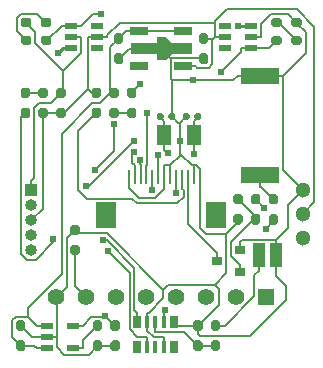
<source format=gtl>
G04 #@! TF.GenerationSoftware,KiCad,Pcbnew,(5.1.10-1-10_14)*
G04 #@! TF.CreationDate,2021-08-08T19:51:24+09:00*
G04 #@! TF.ProjectId,MiniCon,4d696e69-436f-46e2-9e6b-696361645f70,V1.0*
G04 #@! TF.SameCoordinates,Original*
G04 #@! TF.FileFunction,Copper,L1,Top*
G04 #@! TF.FilePolarity,Positive*
%FSLAX46Y46*%
G04 Gerber Fmt 4.6, Leading zero omitted, Abs format (unit mm)*
G04 Created by KiCad (PCBNEW (5.1.10-1-10_14)) date 2021-08-08 19:51:24*
%MOMM*%
%LPD*%
G01*
G04 APERTURE LIST*
G04 #@! TA.AperFunction,SMDPad,CuDef*
%ADD10R,1.200000X1.800000*%
G04 #@! TD*
G04 #@! TA.AperFunction,SMDPad,CuDef*
%ADD11R,1.060000X0.500000*%
G04 #@! TD*
G04 #@! TA.AperFunction,SMDPad,CuDef*
%ADD12R,1.500000X0.700000*%
G04 #@! TD*
G04 #@! TA.AperFunction,SMDPad,CuDef*
%ADD13C,0.100000*%
G04 #@! TD*
G04 #@! TA.AperFunction,SMDPad,CuDef*
%ADD14R,0.650000X1.000000*%
G04 #@! TD*
G04 #@! TA.AperFunction,SMDPad,CuDef*
%ADD15R,0.350000X1.000000*%
G04 #@! TD*
G04 #@! TA.AperFunction,ComponentPad*
%ADD16C,1.300000*%
G04 #@! TD*
G04 #@! TA.AperFunction,SMDPad,CuDef*
%ADD17R,0.900000X0.800000*%
G04 #@! TD*
G04 #@! TA.AperFunction,SMDPad,CuDef*
%ADD18R,3.200000X1.400000*%
G04 #@! TD*
G04 #@! TA.AperFunction,SMDPad,CuDef*
%ADD19R,1.800000X2.200000*%
G04 #@! TD*
G04 #@! TA.AperFunction,SMDPad,CuDef*
%ADD20R,0.150000X1.300000*%
G04 #@! TD*
G04 #@! TA.AperFunction,ComponentPad*
%ADD21R,1.000000X1.000000*%
G04 #@! TD*
G04 #@! TA.AperFunction,ComponentPad*
%ADD22O,1.000000X1.000000*%
G04 #@! TD*
G04 #@! TA.AperFunction,ComponentPad*
%ADD23R,1.400000X1.400000*%
G04 #@! TD*
G04 #@! TA.AperFunction,ComponentPad*
%ADD24C,1.400000*%
G04 #@! TD*
G04 #@! TA.AperFunction,SMDPad,CuDef*
%ADD25R,1.000000X2.000000*%
G04 #@! TD*
G04 #@! TA.AperFunction,ViaPad*
%ADD26C,0.609600*%
G04 #@! TD*
G04 #@! TA.AperFunction,Conductor*
%ADD27C,0.203200*%
G04 #@! TD*
G04 #@! TA.AperFunction,Conductor*
%ADD28C,0.254000*%
G04 #@! TD*
G04 APERTURE END LIST*
D10*
X200000Y3650000D03*
X2800000Y3650000D03*
D11*
X-9700000Y-12450000D03*
X-9700000Y-13400000D03*
X-9700000Y-14350000D03*
X-7500000Y-14350000D03*
X-7500000Y-12450000D03*
D12*
X1850000Y12500000D03*
X1850000Y9500000D03*
X-1850000Y12500000D03*
X-1850000Y9500000D03*
G04 #@! TA.AperFunction,SMDPad,CuDef*
D13*
G36*
X900000Y11500000D02*
G01*
X2600000Y11500000D01*
X2600000Y10500000D01*
X900000Y10500000D01*
X400000Y10000000D01*
X-400000Y10000000D01*
X-400000Y10500000D01*
X-2600000Y10500000D01*
X-2600000Y11500000D01*
X-400000Y11500000D01*
X-400000Y12000000D01*
X400000Y12000000D01*
X900000Y11500000D01*
G37*
G04 #@! TD.AperFunction*
D14*
X1050000Y-14250000D03*
D15*
X200000Y-14250000D03*
X-500000Y-14250000D03*
X-1200000Y-14250000D03*
D14*
X-2050000Y-14250000D03*
X-2050000Y-12150000D03*
D15*
X-1200000Y-12150000D03*
X-500000Y-12150000D03*
X200000Y-12150000D03*
D14*
X1050000Y-12150000D03*
D11*
X7600000Y11050000D03*
X7600000Y12000000D03*
X7600000Y12950000D03*
X5400000Y12950000D03*
X5400000Y11050000D03*
X5400000Y12000000D03*
X-7600000Y12950000D03*
X-7600000Y12000000D03*
X-7600000Y11050000D03*
X-5400000Y11050000D03*
X-5400000Y12950000D03*
X-5400000Y12000000D03*
D16*
X12000000Y-5000000D03*
X12000000Y-3000000D03*
X12000000Y-1000000D03*
G04 #@! TA.AperFunction,SMDPad,CuDef*
G36*
G01*
X-10200000Y7700000D02*
X-9800000Y7700000D01*
G75*
G02*
X-9600000Y7500000I0J-200000D01*
G01*
X-9600000Y7000000D01*
G75*
G02*
X-9800000Y6800000I-200000J0D01*
G01*
X-10200000Y6800000D01*
G75*
G02*
X-10400000Y7000000I0J200000D01*
G01*
X-10400000Y7500000D01*
G75*
G02*
X-10200000Y7700000I200000J0D01*
G01*
G37*
G04 #@! TD.AperFunction*
G04 #@! TA.AperFunction,SMDPad,CuDef*
G36*
G01*
X-10200000Y6000000D02*
X-9800000Y6000000D01*
G75*
G02*
X-9600000Y5800000I0J-200000D01*
G01*
X-9600000Y5300000D01*
G75*
G02*
X-9800000Y5100000I-200000J0D01*
G01*
X-10200000Y5100000D01*
G75*
G02*
X-10400000Y5300000I0J200000D01*
G01*
X-10400000Y5800000D01*
G75*
G02*
X-10200000Y6000000I200000J0D01*
G01*
G37*
G04 #@! TD.AperFunction*
G04 #@! TA.AperFunction,SMDPad,CuDef*
G36*
G01*
X9300000Y-1300000D02*
X9700000Y-1300000D01*
G75*
G02*
X9900000Y-1500000I0J-200000D01*
G01*
X9900000Y-2000000D01*
G75*
G02*
X9700000Y-2200000I-200000J0D01*
G01*
X9300000Y-2200000D01*
G75*
G02*
X9100000Y-2000000I0J200000D01*
G01*
X9100000Y-1500000D01*
G75*
G02*
X9300000Y-1300000I200000J0D01*
G01*
G37*
G04 #@! TD.AperFunction*
G04 #@! TA.AperFunction,SMDPad,CuDef*
G36*
G01*
X9300000Y-3000000D02*
X9700000Y-3000000D01*
G75*
G02*
X9900000Y-3200000I0J-200000D01*
G01*
X9900000Y-3700000D01*
G75*
G02*
X9700000Y-3900000I-200000J0D01*
G01*
X9300000Y-3900000D01*
G75*
G02*
X9100000Y-3700000I0J200000D01*
G01*
X9100000Y-3200000D01*
G75*
G02*
X9300000Y-3000000I200000J0D01*
G01*
G37*
G04 #@! TD.AperFunction*
G04 #@! TA.AperFunction,SMDPad,CuDef*
G36*
G01*
X6300000Y-1300000D02*
X6700000Y-1300000D01*
G75*
G02*
X6900000Y-1500000I0J-200000D01*
G01*
X6900000Y-2000000D01*
G75*
G02*
X6700000Y-2200000I-200000J0D01*
G01*
X6300000Y-2200000D01*
G75*
G02*
X6100000Y-2000000I0J200000D01*
G01*
X6100000Y-1500000D01*
G75*
G02*
X6300000Y-1300000I200000J0D01*
G01*
G37*
G04 #@! TD.AperFunction*
G04 #@! TA.AperFunction,SMDPad,CuDef*
G36*
G01*
X6300000Y-3000000D02*
X6700000Y-3000000D01*
G75*
G02*
X6900000Y-3200000I0J-200000D01*
G01*
X6900000Y-3700000D01*
G75*
G02*
X6700000Y-3900000I-200000J0D01*
G01*
X6300000Y-3900000D01*
G75*
G02*
X6100000Y-3700000I0J200000D01*
G01*
X6100000Y-3200000D01*
G75*
G02*
X6300000Y-3000000I200000J0D01*
G01*
G37*
G04 #@! TD.AperFunction*
G04 #@! TA.AperFunction,SMDPad,CuDef*
G36*
G01*
X-5700000Y7700000D02*
X-5300000Y7700000D01*
G75*
G02*
X-5100000Y7500000I0J-200000D01*
G01*
X-5100000Y7000000D01*
G75*
G02*
X-5300000Y6800000I-200000J0D01*
G01*
X-5700000Y6800000D01*
G75*
G02*
X-5900000Y7000000I0J200000D01*
G01*
X-5900000Y7500000D01*
G75*
G02*
X-5700000Y7700000I200000J0D01*
G01*
G37*
G04 #@! TD.AperFunction*
G04 #@! TA.AperFunction,SMDPad,CuDef*
G36*
G01*
X-5700000Y6000000D02*
X-5300000Y6000000D01*
G75*
G02*
X-5100000Y5800000I0J-200000D01*
G01*
X-5100000Y5300000D01*
G75*
G02*
X-5300000Y5100000I-200000J0D01*
G01*
X-5700000Y5100000D01*
G75*
G02*
X-5900000Y5300000I0J200000D01*
G01*
X-5900000Y5800000D01*
G75*
G02*
X-5700000Y6000000I200000J0D01*
G01*
G37*
G04 #@! TD.AperFunction*
G04 #@! TA.AperFunction,SMDPad,CuDef*
G36*
G01*
X8200000Y-3900000D02*
X7800000Y-3900000D01*
G75*
G02*
X7600000Y-3700000I0J200000D01*
G01*
X7600000Y-3200000D01*
G75*
G02*
X7800000Y-3000000I200000J0D01*
G01*
X8200000Y-3000000D01*
G75*
G02*
X8400000Y-3200000I0J-200000D01*
G01*
X8400000Y-3700000D01*
G75*
G02*
X8200000Y-3900000I-200000J0D01*
G01*
G37*
G04 #@! TD.AperFunction*
G04 #@! TA.AperFunction,SMDPad,CuDef*
G36*
G01*
X8200000Y-2200000D02*
X7800000Y-2200000D01*
G75*
G02*
X7600000Y-2000000I0J200000D01*
G01*
X7600000Y-1500000D01*
G75*
G02*
X7800000Y-1300000I200000J0D01*
G01*
X8200000Y-1300000D01*
G75*
G02*
X8400000Y-1500000I0J-200000D01*
G01*
X8400000Y-2000000D01*
G75*
G02*
X8200000Y-2200000I-200000J0D01*
G01*
G37*
G04 #@! TD.AperFunction*
G04 #@! TA.AperFunction,SMDPad,CuDef*
G36*
G01*
X9300000Y11500000D02*
X9300000Y11900000D01*
G75*
G02*
X9500000Y12100000I200000J0D01*
G01*
X10000000Y12100000D01*
G75*
G02*
X10200000Y11900000I0J-200000D01*
G01*
X10200000Y11500000D01*
G75*
G02*
X10000000Y11300000I-200000J0D01*
G01*
X9500000Y11300000D01*
G75*
G02*
X9300000Y11500000I0J200000D01*
G01*
G37*
G04 #@! TD.AperFunction*
G04 #@! TA.AperFunction,SMDPad,CuDef*
G36*
G01*
X11000000Y11500000D02*
X11000000Y11900000D01*
G75*
G02*
X11200000Y12100000I200000J0D01*
G01*
X11700000Y12100000D01*
G75*
G02*
X11900000Y11900000I0J-200000D01*
G01*
X11900000Y11500000D01*
G75*
G02*
X11700000Y11300000I-200000J0D01*
G01*
X11200000Y11300000D01*
G75*
G02*
X11000000Y11500000I0J200000D01*
G01*
G37*
G04 #@! TD.AperFunction*
G04 #@! TA.AperFunction,SMDPad,CuDef*
G36*
G01*
X-9300000Y11900000D02*
X-9300000Y11500000D01*
G75*
G02*
X-9500000Y11300000I-200000J0D01*
G01*
X-10000000Y11300000D01*
G75*
G02*
X-10200000Y11500000I0J200000D01*
G01*
X-10200000Y11900000D01*
G75*
G02*
X-10000000Y12100000I200000J0D01*
G01*
X-9500000Y12100000D01*
G75*
G02*
X-9300000Y11900000I0J-200000D01*
G01*
G37*
G04 #@! TD.AperFunction*
G04 #@! TA.AperFunction,SMDPad,CuDef*
G36*
G01*
X-11000000Y11900000D02*
X-11000000Y11500000D01*
G75*
G02*
X-11200000Y11300000I-200000J0D01*
G01*
X-11700000Y11300000D01*
G75*
G02*
X-11900000Y11500000I0J200000D01*
G01*
X-11900000Y11900000D01*
G75*
G02*
X-11700000Y12100000I200000J0D01*
G01*
X-11200000Y12100000D01*
G75*
G02*
X-11000000Y11900000I0J-200000D01*
G01*
G37*
G04 #@! TD.AperFunction*
G04 #@! TA.AperFunction,SMDPad,CuDef*
G36*
G01*
X4800000Y-14600000D02*
X4400000Y-14600000D01*
G75*
G02*
X4200000Y-14400000I0J200000D01*
G01*
X4200000Y-13900000D01*
G75*
G02*
X4400000Y-13700000I200000J0D01*
G01*
X4800000Y-13700000D01*
G75*
G02*
X5000000Y-13900000I0J-200000D01*
G01*
X5000000Y-14400000D01*
G75*
G02*
X4800000Y-14600000I-200000J0D01*
G01*
G37*
G04 #@! TD.AperFunction*
G04 #@! TA.AperFunction,SMDPad,CuDef*
G36*
G01*
X4800000Y-12900000D02*
X4400000Y-12900000D01*
G75*
G02*
X4200000Y-12700000I0J200000D01*
G01*
X4200000Y-12200000D01*
G75*
G02*
X4400000Y-12000000I200000J0D01*
G01*
X4800000Y-12000000D01*
G75*
G02*
X5000000Y-12200000I0J-200000D01*
G01*
X5000000Y-12700000D01*
G75*
G02*
X4800000Y-12900000I-200000J0D01*
G01*
G37*
G04 #@! TD.AperFunction*
D17*
X4700000Y-7000000D03*
X6700000Y-6050000D03*
X6700000Y-7950000D03*
D18*
X8400000Y8700000D03*
X8400000Y300000D03*
G04 #@! TA.AperFunction,SMDPad,CuDef*
G36*
G01*
X-4200000Y7700000D02*
X-3800000Y7700000D01*
G75*
G02*
X-3600000Y7500000I0J-200000D01*
G01*
X-3600000Y7000000D01*
G75*
G02*
X-3800000Y6800000I-200000J0D01*
G01*
X-4200000Y6800000D01*
G75*
G02*
X-4400000Y7000000I0J200000D01*
G01*
X-4400000Y7500000D01*
G75*
G02*
X-4200000Y7700000I200000J0D01*
G01*
G37*
G04 #@! TD.AperFunction*
G04 #@! TA.AperFunction,SMDPad,CuDef*
G36*
G01*
X-4200000Y6000000D02*
X-3800000Y6000000D01*
G75*
G02*
X-3600000Y5800000I0J-200000D01*
G01*
X-3600000Y5300000D01*
G75*
G02*
X-3800000Y5100000I-200000J0D01*
G01*
X-4200000Y5100000D01*
G75*
G02*
X-4400000Y5300000I0J200000D01*
G01*
X-4400000Y5800000D01*
G75*
G02*
X-4200000Y6000000I200000J0D01*
G01*
G37*
G04 #@! TD.AperFunction*
D19*
X4650000Y-3100000D03*
X-4650000Y-3100000D03*
D20*
X-2750000Y150000D03*
X-2250000Y150000D03*
X-1750000Y150000D03*
X-1250000Y150000D03*
X-750000Y150000D03*
X-250000Y150000D03*
X250000Y150000D03*
X750000Y150000D03*
X1250000Y150000D03*
X1750000Y150000D03*
X2250000Y150000D03*
X2750000Y150000D03*
D21*
X-11000000Y-1000000D03*
D22*
X-11000000Y-2270000D03*
X-11000000Y-3540000D03*
X-11000000Y-4810000D03*
X-11000000Y-6080000D03*
D23*
X8900000Y-10050000D03*
D24*
X6360000Y-10050000D03*
X3820000Y-10050000D03*
X1280000Y-10050000D03*
X-1260000Y-10050000D03*
X-3800000Y-10050000D03*
X-6340000Y-10050000D03*
X-8880000Y-10050000D03*
G04 #@! TA.AperFunction,SMDPad,CuDef*
G36*
G01*
X-2300000Y5100000D02*
X-2700000Y5100000D01*
G75*
G02*
X-2900000Y5300000I0J200000D01*
G01*
X-2900000Y5800000D01*
G75*
G02*
X-2700000Y6000000I200000J0D01*
G01*
X-2300000Y6000000D01*
G75*
G02*
X-2100000Y5800000I0J-200000D01*
G01*
X-2100000Y5300000D01*
G75*
G02*
X-2300000Y5100000I-200000J0D01*
G01*
G37*
G04 #@! TD.AperFunction*
G04 #@! TA.AperFunction,SMDPad,CuDef*
G36*
G01*
X-2300000Y6800000D02*
X-2700000Y6800000D01*
G75*
G02*
X-2900000Y7000000I0J200000D01*
G01*
X-2900000Y7500000D01*
G75*
G02*
X-2700000Y7700000I200000J0D01*
G01*
X-2300000Y7700000D01*
G75*
G02*
X-2100000Y7500000I0J-200000D01*
G01*
X-2100000Y7000000D01*
G75*
G02*
X-2300000Y6800000I-200000J0D01*
G01*
G37*
G04 #@! TD.AperFunction*
G04 #@! TA.AperFunction,SMDPad,CuDef*
G36*
G01*
X-11300000Y5100000D02*
X-11700000Y5100000D01*
G75*
G02*
X-11900000Y5300000I0J200000D01*
G01*
X-11900000Y5800000D01*
G75*
G02*
X-11700000Y6000000I200000J0D01*
G01*
X-11300000Y6000000D01*
G75*
G02*
X-11100000Y5800000I0J-200000D01*
G01*
X-11100000Y5300000D01*
G75*
G02*
X-11300000Y5100000I-200000J0D01*
G01*
G37*
G04 #@! TD.AperFunction*
G04 #@! TA.AperFunction,SMDPad,CuDef*
G36*
G01*
X-11300000Y6800000D02*
X-11700000Y6800000D01*
G75*
G02*
X-11900000Y7000000I0J200000D01*
G01*
X-11900000Y7500000D01*
G75*
G02*
X-11700000Y7700000I200000J0D01*
G01*
X-11300000Y7700000D01*
G75*
G02*
X-11100000Y7500000I0J-200000D01*
G01*
X-11100000Y7000000D01*
G75*
G02*
X-11300000Y6800000I-200000J0D01*
G01*
G37*
G04 #@! TD.AperFunction*
G04 #@! TA.AperFunction,SMDPad,CuDef*
G36*
G01*
X11900000Y13400000D02*
X11900000Y13000000D01*
G75*
G02*
X11700000Y12800000I-200000J0D01*
G01*
X11200000Y12800000D01*
G75*
G02*
X11000000Y13000000I0J200000D01*
G01*
X11000000Y13400000D01*
G75*
G02*
X11200000Y13600000I200000J0D01*
G01*
X11700000Y13600000D01*
G75*
G02*
X11900000Y13400000I0J-200000D01*
G01*
G37*
G04 #@! TD.AperFunction*
G04 #@! TA.AperFunction,SMDPad,CuDef*
G36*
G01*
X10200000Y13400000D02*
X10200000Y13000000D01*
G75*
G02*
X10000000Y12800000I-200000J0D01*
G01*
X9500000Y12800000D01*
G75*
G02*
X9300000Y13000000I0J200000D01*
G01*
X9300000Y13400000D01*
G75*
G02*
X9500000Y13600000I200000J0D01*
G01*
X10000000Y13600000D01*
G75*
G02*
X10200000Y13400000I0J-200000D01*
G01*
G37*
G04 #@! TD.AperFunction*
G04 #@! TA.AperFunction,SMDPad,CuDef*
G36*
G01*
X-11900000Y13000000D02*
X-11900000Y13400000D01*
G75*
G02*
X-11700000Y13600000I200000J0D01*
G01*
X-11200000Y13600000D01*
G75*
G02*
X-11000000Y13400000I0J-200000D01*
G01*
X-11000000Y13000000D01*
G75*
G02*
X-11200000Y12800000I-200000J0D01*
G01*
X-11700000Y12800000D01*
G75*
G02*
X-11900000Y13000000I0J200000D01*
G01*
G37*
G04 #@! TD.AperFunction*
G04 #@! TA.AperFunction,SMDPad,CuDef*
G36*
G01*
X-10200000Y13000000D02*
X-10200000Y13400000D01*
G75*
G02*
X-10000000Y13600000I200000J0D01*
G01*
X-9500000Y13600000D01*
G75*
G02*
X-9300000Y13400000I0J-200000D01*
G01*
X-9300000Y13000000D01*
G75*
G02*
X-9500000Y12800000I-200000J0D01*
G01*
X-10000000Y12800000D01*
G75*
G02*
X-10200000Y13000000I0J200000D01*
G01*
G37*
G04 #@! TD.AperFunction*
G04 #@! TA.AperFunction,SMDPad,CuDef*
G36*
G01*
X-7100000Y-6500000D02*
X-7500000Y-6500000D01*
G75*
G02*
X-7700000Y-6300000I0J200000D01*
G01*
X-7700000Y-5800000D01*
G75*
G02*
X-7500000Y-5600000I200000J0D01*
G01*
X-7100000Y-5600000D01*
G75*
G02*
X-6900000Y-5800000I0J-200000D01*
G01*
X-6900000Y-6300000D01*
G75*
G02*
X-7100000Y-6500000I-200000J0D01*
G01*
G37*
G04 #@! TD.AperFunction*
G04 #@! TA.AperFunction,SMDPad,CuDef*
G36*
G01*
X-7100000Y-4800000D02*
X-7500000Y-4800000D01*
G75*
G02*
X-7700000Y-4600000I0J200000D01*
G01*
X-7700000Y-4100000D01*
G75*
G02*
X-7500000Y-3900000I200000J0D01*
G01*
X-7100000Y-3900000D01*
G75*
G02*
X-6900000Y-4100000I0J-200000D01*
G01*
X-6900000Y-4600000D01*
G75*
G02*
X-7100000Y-4800000I-200000J0D01*
G01*
G37*
G04 #@! TD.AperFunction*
G04 #@! TA.AperFunction,SMDPad,CuDef*
G36*
G01*
X-8300000Y5100000D02*
X-8700000Y5100000D01*
G75*
G02*
X-8900000Y5300000I0J200000D01*
G01*
X-8900000Y5800000D01*
G75*
G02*
X-8700000Y6000000I200000J0D01*
G01*
X-8300000Y6000000D01*
G75*
G02*
X-8100000Y5800000I0J-200000D01*
G01*
X-8100000Y5300000D01*
G75*
G02*
X-8300000Y5100000I-200000J0D01*
G01*
G37*
G04 #@! TD.AperFunction*
G04 #@! TA.AperFunction,SMDPad,CuDef*
G36*
G01*
X-8300000Y6800000D02*
X-8700000Y6800000D01*
G75*
G02*
X-8900000Y7000000I0J200000D01*
G01*
X-8900000Y7500000D01*
G75*
G02*
X-8700000Y7700000I200000J0D01*
G01*
X-8300000Y7700000D01*
G75*
G02*
X-8100000Y7500000I0J-200000D01*
G01*
X-8100000Y7000000D01*
G75*
G02*
X-8300000Y6800000I-200000J0D01*
G01*
G37*
G04 #@! TD.AperFunction*
G04 #@! TA.AperFunction,SMDPad,CuDef*
G36*
G01*
X600000Y5100000D02*
X600000Y5400000D01*
G75*
G02*
X750000Y5550000I150000J0D01*
G01*
X1050000Y5550000D01*
G75*
G02*
X1200000Y5400000I0J-150000D01*
G01*
X1200000Y5100000D01*
G75*
G02*
X1050000Y4950000I-150000J0D01*
G01*
X750000Y4950000D01*
G75*
G02*
X600000Y5100000I0J150000D01*
G01*
G37*
G04 #@! TD.AperFunction*
G04 #@! TA.AperFunction,SMDPad,CuDef*
G36*
G01*
X-400000Y5100000D02*
X-400000Y5400000D01*
G75*
G02*
X-250000Y5550000I150000J0D01*
G01*
X50000Y5550000D01*
G75*
G02*
X200000Y5400000I0J-150000D01*
G01*
X200000Y5100000D01*
G75*
G02*
X50000Y4950000I-150000J0D01*
G01*
X-250000Y4950000D01*
G75*
G02*
X-400000Y5100000I0J150000D01*
G01*
G37*
G04 #@! TD.AperFunction*
G04 #@! TA.AperFunction,SMDPad,CuDef*
G36*
G01*
X2400000Y5400000D02*
X2400000Y5100000D01*
G75*
G02*
X2250000Y4950000I-150000J0D01*
G01*
X1950000Y4950000D01*
G75*
G02*
X1800000Y5100000I0J150000D01*
G01*
X1800000Y5400000D01*
G75*
G02*
X1950000Y5550000I150000J0D01*
G01*
X2250000Y5550000D01*
G75*
G02*
X2400000Y5400000I0J-150000D01*
G01*
G37*
G04 #@! TD.AperFunction*
G04 #@! TA.AperFunction,SMDPad,CuDef*
G36*
G01*
X3400000Y5400000D02*
X3400000Y5100000D01*
G75*
G02*
X3250000Y4950000I-150000J0D01*
G01*
X2950000Y4950000D01*
G75*
G02*
X2800000Y5100000I0J150000D01*
G01*
X2800000Y5400000D01*
G75*
G02*
X2950000Y5550000I150000J0D01*
G01*
X3250000Y5550000D01*
G75*
G02*
X3400000Y5400000I0J-150000D01*
G01*
G37*
G04 #@! TD.AperFunction*
G04 #@! TA.AperFunction,SMDPad,CuDef*
G36*
G01*
X-4100000Y-12000000D02*
X-3700000Y-12000000D01*
G75*
G02*
X-3500000Y-12200000I0J-200000D01*
G01*
X-3500000Y-12700000D01*
G75*
G02*
X-3700000Y-12900000I-200000J0D01*
G01*
X-4100000Y-12900000D01*
G75*
G02*
X-4300000Y-12700000I0J200000D01*
G01*
X-4300000Y-12200000D01*
G75*
G02*
X-4100000Y-12000000I200000J0D01*
G01*
G37*
G04 #@! TD.AperFunction*
G04 #@! TA.AperFunction,SMDPad,CuDef*
G36*
G01*
X-4100000Y-13700000D02*
X-3700000Y-13700000D01*
G75*
G02*
X-3500000Y-13900000I0J-200000D01*
G01*
X-3500000Y-14400000D01*
G75*
G02*
X-3700000Y-14600000I-200000J0D01*
G01*
X-4100000Y-14600000D01*
G75*
G02*
X-4300000Y-14400000I0J200000D01*
G01*
X-4300000Y-13900000D01*
G75*
G02*
X-4100000Y-13700000I200000J0D01*
G01*
G37*
G04 #@! TD.AperFunction*
G04 #@! TA.AperFunction,SMDPad,CuDef*
G36*
G01*
X-5600000Y-12000000D02*
X-5200000Y-12000000D01*
G75*
G02*
X-5000000Y-12200000I0J-200000D01*
G01*
X-5000000Y-12700000D01*
G75*
G02*
X-5200000Y-12900000I-200000J0D01*
G01*
X-5600000Y-12900000D01*
G75*
G02*
X-5800000Y-12700000I0J200000D01*
G01*
X-5800000Y-12200000D01*
G75*
G02*
X-5600000Y-12000000I200000J0D01*
G01*
G37*
G04 #@! TD.AperFunction*
G04 #@! TA.AperFunction,SMDPad,CuDef*
G36*
G01*
X-5600000Y-13700000D02*
X-5200000Y-13700000D01*
G75*
G02*
X-5000000Y-13900000I0J-200000D01*
G01*
X-5000000Y-14400000D01*
G75*
G02*
X-5200000Y-14600000I-200000J0D01*
G01*
X-5600000Y-14600000D01*
G75*
G02*
X-5800000Y-14400000I0J200000D01*
G01*
X-5800000Y-13900000D01*
G75*
G02*
X-5600000Y-13700000I200000J0D01*
G01*
G37*
G04 #@! TD.AperFunction*
G04 #@! TA.AperFunction,SMDPad,CuDef*
G36*
G01*
X-11700000Y-14600000D02*
X-12100000Y-14600000D01*
G75*
G02*
X-12300000Y-14400000I0J200000D01*
G01*
X-12300000Y-13900000D01*
G75*
G02*
X-12100000Y-13700000I200000J0D01*
G01*
X-11700000Y-13700000D01*
G75*
G02*
X-11500000Y-13900000I0J-200000D01*
G01*
X-11500000Y-14400000D01*
G75*
G02*
X-11700000Y-14600000I-200000J0D01*
G01*
G37*
G04 #@! TD.AperFunction*
G04 #@! TA.AperFunction,SMDPad,CuDef*
G36*
G01*
X-11700000Y-12900000D02*
X-12100000Y-12900000D01*
G75*
G02*
X-12300000Y-12700000I0J200000D01*
G01*
X-12300000Y-12200000D01*
G75*
G02*
X-12100000Y-12000000I200000J0D01*
G01*
X-11700000Y-12000000D01*
G75*
G02*
X-11500000Y-12200000I0J-200000D01*
G01*
X-11500000Y-12700000D01*
G75*
G02*
X-11700000Y-12900000I-200000J0D01*
G01*
G37*
G04 #@! TD.AperFunction*
G04 #@! TA.AperFunction,SMDPad,CuDef*
G36*
G01*
X3400000Y12300000D02*
X3800000Y12300000D01*
G75*
G02*
X4000000Y12100000I0J-200000D01*
G01*
X4000000Y11600000D01*
G75*
G02*
X3800000Y11400000I-200000J0D01*
G01*
X3400000Y11400000D01*
G75*
G02*
X3200000Y11600000I0J200000D01*
G01*
X3200000Y12100000D01*
G75*
G02*
X3400000Y12300000I200000J0D01*
G01*
G37*
G04 #@! TD.AperFunction*
G04 #@! TA.AperFunction,SMDPad,CuDef*
G36*
G01*
X3400000Y10600000D02*
X3800000Y10600000D01*
G75*
G02*
X4000000Y10400000I0J-200000D01*
G01*
X4000000Y9900000D01*
G75*
G02*
X3800000Y9700000I-200000J0D01*
G01*
X3400000Y9700000D01*
G75*
G02*
X3200000Y9900000I0J200000D01*
G01*
X3200000Y10400000D01*
G75*
G02*
X3400000Y10600000I200000J0D01*
G01*
G37*
G04 #@! TD.AperFunction*
G04 #@! TA.AperFunction,SMDPad,CuDef*
G36*
G01*
X-3800000Y12300000D02*
X-3400000Y12300000D01*
G75*
G02*
X-3200000Y12100000I0J-200000D01*
G01*
X-3200000Y11600000D01*
G75*
G02*
X-3400000Y11400000I-200000J0D01*
G01*
X-3800000Y11400000D01*
G75*
G02*
X-4000000Y11600000I0J200000D01*
G01*
X-4000000Y12100000D01*
G75*
G02*
X-3800000Y12300000I200000J0D01*
G01*
G37*
G04 #@! TD.AperFunction*
G04 #@! TA.AperFunction,SMDPad,CuDef*
G36*
G01*
X-3800000Y10600000D02*
X-3400000Y10600000D01*
G75*
G02*
X-3200000Y10400000I0J-200000D01*
G01*
X-3200000Y9900000D01*
G75*
G02*
X-3400000Y9700000I-200000J0D01*
G01*
X-3800000Y9700000D01*
G75*
G02*
X-4000000Y9900000I0J200000D01*
G01*
X-4000000Y10400000D01*
G75*
G02*
X-3800000Y10600000I200000J0D01*
G01*
G37*
G04 #@! TD.AperFunction*
G04 #@! TA.AperFunction,SMDPad,CuDef*
G36*
G01*
X3300000Y-14600000D02*
X2900000Y-14600000D01*
G75*
G02*
X2700000Y-14400000I0J200000D01*
G01*
X2700000Y-13900000D01*
G75*
G02*
X2900000Y-13700000I200000J0D01*
G01*
X3300000Y-13700000D01*
G75*
G02*
X3500000Y-13900000I0J-200000D01*
G01*
X3500000Y-14400000D01*
G75*
G02*
X3300000Y-14600000I-200000J0D01*
G01*
G37*
G04 #@! TD.AperFunction*
G04 #@! TA.AperFunction,SMDPad,CuDef*
G36*
G01*
X3300000Y-12900000D02*
X2900000Y-12900000D01*
G75*
G02*
X2700000Y-12700000I0J200000D01*
G01*
X2700000Y-12200000D01*
G75*
G02*
X2900000Y-12000000I200000J0D01*
G01*
X3300000Y-12000000D01*
G75*
G02*
X3500000Y-12200000I0J-200000D01*
G01*
X3500000Y-12700000D01*
G75*
G02*
X3300000Y-12900000I-200000J0D01*
G01*
G37*
G04 #@! TD.AperFunction*
D25*
X9750000Y-6500000D03*
X8250000Y-6500000D03*
D26*
X1559600Y3140200D03*
X2667300Y8317300D03*
X1250000Y-1250000D03*
X278100Y-11131800D03*
X-4731600Y-11652700D03*
X2800000Y2072700D03*
X580100Y2193100D03*
X-9145000Y-5151200D03*
X-1819200Y8025700D03*
X-5573000Y750000D03*
X-3973200Y4585200D03*
X-2322200Y3135600D03*
X-6399800Y-652200D03*
X-2321100Y2238000D03*
X-1835300Y1564600D03*
X-1225400Y5573100D03*
X-750000Y-1010900D03*
X-250000Y2016000D03*
X-5064500Y13970000D03*
X5078400Y8990300D03*
X8723000Y-2483800D03*
X8834600Y-4255200D03*
X-4524900Y-6170100D03*
X-4909900Y-5234200D03*
X-8750000Y10600000D03*
X6500000Y12950000D03*
D27*
X1559600Y3140200D02*
X1559600Y2114500D01*
X1559600Y2114500D02*
X1659500Y2014600D01*
X1559600Y4709600D02*
X1559600Y3140200D01*
X1559600Y4709600D02*
X1440400Y4709600D01*
X1440400Y4709600D02*
X900000Y5250000D01*
X2100000Y5250000D02*
X1559600Y4709600D01*
X1659500Y2014600D02*
X750000Y1105100D01*
X2750000Y1105100D02*
X2569000Y1105100D01*
X2569000Y1105100D02*
X1659500Y2014600D01*
X5501600Y-4708400D02*
X3777400Y-4708400D01*
X787500Y10231500D02*
X3518500Y10231500D01*
X3518500Y10231500D02*
X3600000Y10150000D01*
X0Y11000000D02*
X768500Y10231500D01*
X768500Y10231500D02*
X787500Y10231500D01*
X900000Y8317300D02*
X787500Y8429800D01*
X787500Y8429800D02*
X787500Y10231500D01*
X6112200Y8317300D02*
X6494900Y8700000D01*
X900000Y5250000D02*
X900000Y8317300D01*
X8400000Y8700000D02*
X6494900Y8700000D01*
X154000Y-9411200D02*
X-4633000Y-4624200D01*
X-4633000Y-4624200D02*
X-7025800Y-4624200D01*
X-7025800Y-4624200D02*
X-7300000Y-4350000D01*
X-1200000Y-11344900D02*
X-1070700Y-11344900D01*
X-1070700Y-11344900D02*
X154000Y-10120200D01*
X154000Y-10120200D02*
X154000Y-9411200D01*
X4533200Y-9009000D02*
X556200Y-9009000D01*
X556200Y-9009000D02*
X154000Y-9411200D01*
X12000000Y-1000000D02*
X10738900Y-2261100D01*
X10738900Y-2261100D02*
X10738900Y-4206000D01*
X10738900Y-4206000D02*
X9750000Y-5194900D01*
X12000000Y-1000000D02*
X10305100Y694900D01*
X10305100Y694900D02*
X10305100Y8700000D01*
X6700000Y-6050000D02*
X6700000Y-5344900D01*
X9750000Y-6500000D02*
X9750000Y-5194900D01*
X9750000Y-5194900D02*
X6850000Y-5194900D01*
X6850000Y-5194900D02*
X6700000Y-5344900D01*
X5501600Y-4708400D02*
X5501600Y-8040600D01*
X5501600Y-8040600D02*
X4533200Y-9009000D01*
X6500000Y-3450000D02*
X6500000Y-3710000D01*
X6500000Y-3710000D02*
X5501600Y-4708400D01*
X-2750000Y150000D02*
X-2750000Y-805100D01*
X250000Y150000D02*
X250000Y-886700D01*
X250000Y-886700D02*
X-507400Y-1644100D01*
X-507400Y-1644100D02*
X-1911000Y-1644100D01*
X-1911000Y-1644100D02*
X-2750000Y-805100D01*
X-7300000Y-4350000D02*
X-8006000Y-5056000D01*
X-8006000Y-5056000D02*
X-8006000Y-9176000D01*
X-8006000Y-9176000D02*
X-8880000Y-10050000D01*
X-8283000Y9068700D02*
X-10656000Y11441600D01*
X-10656000Y11441600D02*
X-10656000Y12406000D01*
X-10656000Y12406000D02*
X-11450000Y13200000D01*
X-8500000Y7250000D02*
X-8283000Y7467000D01*
X-8283000Y7467000D02*
X-8283000Y9068600D01*
X-8283000Y9068600D02*
X-8283000Y9068700D01*
X-6764900Y12000000D02*
X-6764900Y10586800D01*
X-6764900Y10586800D02*
X-8283000Y9068700D01*
X-11000000Y-1000000D02*
X-11000000Y-194900D01*
X-11000000Y-194900D02*
X-10750000Y55100D01*
X-10750000Y55100D02*
X-10750000Y5966400D01*
X-10750000Y5966400D02*
X-10331800Y6384600D01*
X-10331800Y6384600D02*
X-9365400Y6384600D01*
X-9365400Y6384600D02*
X-8500000Y7250000D01*
X2750000Y150000D02*
X2750000Y1105100D01*
X-7600000Y12000000D02*
X-6764900Y12000000D01*
X750000Y150000D02*
X750000Y1105100D01*
X-5400000Y-14150000D02*
X-3900000Y-14150000D01*
X-8864900Y-13400000D02*
X-8864900Y-14262200D01*
X-8864900Y-14262200D02*
X-8221900Y-14905200D01*
X-8221900Y-14905200D02*
X-6155200Y-14905200D01*
X-6155200Y-14905200D02*
X-5400000Y-14150000D01*
X-8880000Y-10050000D02*
X-8864900Y-10065100D01*
X-8864900Y-10065100D02*
X-8864900Y-13400000D01*
X200000Y-13444900D02*
X-624700Y-13444900D01*
X-624700Y-13444900D02*
X-1200000Y-12869600D01*
X3100000Y-12450000D02*
X4858800Y-10691200D01*
X4858800Y-10691200D02*
X4858800Y-9334600D01*
X4858800Y-9334600D02*
X4533200Y-9009000D01*
X-1200000Y-12150000D02*
X-1200000Y-11344900D01*
X8400000Y8700000D02*
X10305100Y8700000D01*
X10305100Y8700000D02*
X12244000Y10638900D01*
X12244000Y10638900D02*
X12244000Y12406000D01*
X12244000Y12406000D02*
X11450000Y13200000D01*
X3100000Y-12450000D02*
X1350000Y-12450000D01*
X1350000Y-12450000D02*
X1050000Y-12150000D01*
X200000Y-14250000D02*
X200000Y-13444900D01*
X-1200000Y-12150000D02*
X-1200000Y-12869600D01*
X-9700000Y-13400000D02*
X-8864900Y-13400000D01*
X11450000Y13200000D02*
X10742700Y13907300D01*
X10742700Y13907300D02*
X9279800Y13907300D01*
X9279800Y13907300D02*
X8435100Y13062600D01*
X8435100Y13062600D02*
X8435100Y12000100D01*
X8435100Y12000100D02*
X8435000Y12000000D01*
X7600000Y12000000D02*
X8435000Y12000000D01*
X-11900000Y-12450000D02*
X-10950000Y-13400000D01*
X-10950000Y-13400000D02*
X-9700000Y-13400000D01*
X-3600000Y10150000D02*
X-2750000Y11000000D01*
X-2750000Y11000000D02*
X0Y11000000D01*
X750000Y1105100D02*
X255100Y1105100D01*
X250000Y1100000D02*
X250000Y150000D01*
X255100Y1105100D02*
X250000Y1100000D01*
X2750000Y1105100D02*
X2944900Y1105100D01*
X3250000Y-4181000D02*
X3777400Y-4708400D01*
X3250000Y800000D02*
X3250000Y-4181000D01*
X2944900Y1105100D02*
X3250000Y800000D01*
X9750000Y-6500000D02*
X9750000Y-8250000D01*
X9750000Y-8250000D02*
X10600000Y-9100000D01*
X10600000Y-10298642D02*
X7548642Y-13350000D01*
X10600000Y-9100000D02*
X10600000Y-10298642D01*
X7548642Y-13350000D02*
X3250000Y-13350000D01*
X3100000Y-13200000D02*
X3100000Y-12450000D01*
X3250000Y-13350000D02*
X3100000Y-13200000D01*
X2667300Y8317300D02*
X6112200Y8317300D01*
X900000Y8317300D02*
X2667300Y8317300D01*
X8250000Y-6500000D02*
X8250000Y-7805100D01*
X8250000Y-7805100D02*
X7894800Y-8160300D01*
X7894800Y-8160300D02*
X7894800Y-9986500D01*
X7894800Y-9986500D02*
X5431300Y-12450000D01*
X5431300Y-12450000D02*
X4600000Y-12450000D01*
X-500000Y-12150000D02*
X-500000Y-12955100D01*
X3100000Y-14150000D02*
X1905100Y-12955100D01*
X1905100Y-12955100D02*
X-500000Y-12955100D01*
X4600000Y-14150000D02*
X3100000Y-14150000D01*
X-11292400Y-11692700D02*
X-10535100Y-12450000D01*
X-11900000Y-14150000D02*
X-12625200Y-13424800D01*
X-12625200Y-13424800D02*
X-12625200Y-11982500D01*
X-12625200Y-11982500D02*
X-12335400Y-11692700D01*
X-12335400Y-11692700D02*
X-11292400Y-11692700D01*
X-4155100Y7405100D02*
X-5160200Y6400000D01*
X-5160200Y6400000D02*
X-5822900Y6400000D01*
X-5822900Y6400000D02*
X-8412800Y3810100D01*
X-8412800Y3810100D02*
X-8412800Y-8086200D01*
X-8412800Y-8086200D02*
X-11292400Y-10965800D01*
X-11292400Y-10965800D02*
X-11292400Y-11692700D01*
X-4155100Y7405100D02*
X-4000000Y7250000D01*
X-3600000Y11850000D02*
X-4310200Y11139800D01*
X-4310200Y11139800D02*
X-4310200Y7560200D01*
X-4310200Y7560200D02*
X-4155100Y7405100D01*
X-10535100Y-14350000D02*
X-10735100Y-14150000D01*
X-10735100Y-14150000D02*
X-11900000Y-14150000D01*
X-9700000Y-12450000D02*
X-10535100Y-12450000D01*
X-2905100Y12500000D02*
X-2950000Y12500000D01*
X-2950000Y12500000D02*
X-3600000Y11850000D01*
X-1850000Y12500000D02*
X-2905100Y12500000D01*
X-1850000Y12500000D02*
X1850000Y12500000D01*
X-9700000Y-14350000D02*
X-10535100Y-14350000D01*
X1250000Y150000D02*
X1250000Y-1250000D01*
X4318300Y11850000D02*
X4414900Y11850000D01*
X4414900Y11850000D02*
X4564900Y12000000D01*
X3600000Y11850000D02*
X4318300Y11850000D01*
X4318300Y11850000D02*
X4318300Y9680000D01*
X4318300Y9680000D02*
X4024900Y9386600D01*
X4024900Y9386600D02*
X3018500Y9386600D01*
X3018500Y9386600D02*
X2905100Y9500000D01*
X1850000Y9500000D02*
X2905100Y9500000D01*
X-10000000Y5550000D02*
X-10000000Y-2540000D01*
X-10000000Y-2540000D02*
X-11000000Y-3540000D01*
X4564900Y13168700D02*
X4564900Y13338500D01*
X4564900Y13338500D02*
X5551900Y14325500D01*
X5551900Y14325500D02*
X11491100Y14325500D01*
X11491100Y14325500D02*
X12974900Y12841700D01*
X12974900Y12841700D02*
X12974900Y-2025100D01*
X12974900Y-2025100D02*
X12000000Y-3000000D01*
X4564900Y12000000D02*
X4564900Y13168700D01*
X4564900Y13168700D02*
X-3505400Y13168700D01*
X-3505400Y13168700D02*
X-4564900Y12109200D01*
X-4564900Y12109200D02*
X-4564900Y12000000D01*
X-5400000Y12000000D02*
X-4564900Y12000000D01*
X-6235100Y7589800D02*
X-5895300Y7250000D01*
X-5895300Y7250000D02*
X-5500000Y7250000D01*
X-6235100Y12000000D02*
X-6235100Y7589800D01*
X-8500000Y5550000D02*
X-8274900Y5550000D01*
X-8274900Y5550000D02*
X-6235100Y7589800D01*
X-5400000Y12000000D02*
X-6235100Y12000000D01*
X-8500000Y5550000D02*
X-10000000Y5550000D01*
X-6340000Y-10050000D02*
X-7300000Y-9090000D01*
X-7300000Y-9090000D02*
X-7300000Y-6050000D01*
X5400000Y12000000D02*
X4564900Y12000000D01*
X-7500000Y-14350000D02*
X-6664900Y-14350000D01*
X-5400000Y-12450000D02*
X-6664900Y-13714900D01*
X-6664900Y-13714900D02*
X-6664900Y-14350000D01*
X-4731600Y-11693300D02*
X-5908200Y-11693300D01*
X-5908200Y-11693300D02*
X-6664900Y-12450000D01*
X-3900000Y-12450000D02*
X-4656700Y-11693300D01*
X-4656700Y-11693300D02*
X-4731600Y-11693300D01*
X-4731600Y-11693300D02*
X-4731600Y-11652700D01*
X278100Y-11131800D02*
X200000Y-11209900D01*
X200000Y-11209900D02*
X200000Y-12150000D01*
X-7500000Y-12450000D02*
X-6664900Y-12450000D01*
X2800000Y3650000D02*
X2800000Y4855100D01*
X3100000Y5250000D02*
X3100000Y5155100D01*
X3100000Y5155100D02*
X2800000Y4855100D01*
X2800000Y3650000D02*
X2800000Y2072700D01*
X200000Y2444900D02*
X451800Y2193100D01*
X451800Y2193100D02*
X580100Y2193100D01*
X200000Y3650000D02*
X200000Y4855100D01*
X-100000Y5250000D02*
X-100000Y5155100D01*
X-100000Y5155100D02*
X200000Y4855100D01*
X200000Y3650000D02*
X200000Y2444900D01*
X-9750000Y13200000D02*
X-10479100Y13929100D01*
X-10479100Y13929100D02*
X-11901400Y13929100D01*
X-11901400Y13929100D02*
X-12244000Y13586500D01*
X-12244000Y13586500D02*
X-12244000Y12494000D01*
X-12244000Y12494000D02*
X-11450000Y11700000D01*
X9750000Y13200000D02*
X9950000Y13200000D01*
X9950000Y13200000D02*
X11450000Y11700000D01*
X-11500000Y5550000D02*
X-11849400Y5200600D01*
X-11849400Y5200600D02*
X-11849400Y-6370900D01*
X-11849400Y-6370900D02*
X-11335100Y-6885200D01*
X-11335100Y-6885200D02*
X-10622400Y-6885200D01*
X-10622400Y-6885200D02*
X-9145000Y-5407800D01*
X-9145000Y-5407800D02*
X-9145000Y-5151200D01*
X-11500000Y7250000D02*
X-10000000Y7250000D01*
X-2500000Y5550000D02*
X-4000000Y5550000D01*
X-2500000Y7250000D02*
X-2500000Y7344900D01*
X-2500000Y7344900D02*
X-1819200Y8025700D01*
X-3973200Y4585200D02*
X-3973200Y2349800D01*
X-3973200Y2349800D02*
X-5573000Y750000D01*
X-6399800Y-652200D02*
X-6110000Y-652200D01*
X-6110000Y-652200D02*
X-2322200Y3135600D01*
X-2321100Y2238000D02*
X-2445200Y2113900D01*
X-2445200Y2113900D02*
X-2445200Y1300300D01*
X-2445200Y1300300D02*
X-2250000Y1105100D01*
X-2250000Y150000D02*
X-2250000Y1105100D01*
X-1750000Y150000D02*
X-1750000Y1105100D01*
X-1750000Y1105100D02*
X-1835300Y1190400D01*
X-1835300Y1190400D02*
X-1835300Y1564600D01*
X-1250000Y1105100D02*
X-1225400Y1129700D01*
X-1225400Y1129700D02*
X-1225400Y5573100D01*
X-1250000Y150000D02*
X-1250000Y1105100D01*
X-750000Y-805100D02*
X-750000Y-1010900D01*
X-750000Y150000D02*
X-750000Y-805100D01*
X-250000Y150000D02*
X-250000Y2016000D01*
X-5500000Y5550000D02*
X-7027600Y4022400D01*
X-7027600Y4022400D02*
X-7027600Y-933900D01*
X-7027600Y-933900D02*
X-6266600Y-1694900D01*
X-6266600Y-1694900D02*
X-2435500Y-1694900D01*
X-2435500Y-1694900D02*
X-2036600Y-2093800D01*
X-2036600Y-2093800D02*
X1338200Y-2093800D01*
X1338200Y-2093800D02*
X1885300Y-1546700D01*
X1885300Y-1546700D02*
X1885300Y-993400D01*
X1885300Y-993400D02*
X1750000Y-858100D01*
X1750000Y-858100D02*
X1750000Y150000D01*
X4700000Y-6294900D02*
X2292000Y-3886900D01*
X4700000Y-7000000D02*
X4700000Y-6294900D01*
X2292000Y-825350D02*
X2292000Y-3886900D01*
X2250000Y-783350D02*
X2292000Y-825350D01*
X2250000Y150000D02*
X2250000Y-783350D01*
X8400000Y300000D02*
X8400000Y-705100D01*
X8400000Y-705100D02*
X8455100Y-705100D01*
X8455100Y-705100D02*
X9500000Y-1750000D01*
X7844200Y-3450000D02*
X7844200Y-3094200D01*
X7844200Y-3094200D02*
X6500000Y-1750000D01*
X6700000Y-7244900D02*
X6611900Y-7244900D01*
X6611900Y-7244900D02*
X5944800Y-6577800D01*
X5944800Y-6577800D02*
X5944800Y-5349400D01*
X5944800Y-5349400D02*
X7844200Y-3450000D01*
X7844200Y-3450000D02*
X8000000Y-3450000D01*
X6700000Y-7950000D02*
X6700000Y-7244900D01*
X-7600000Y12950000D02*
X-6764900Y12950000D01*
X-6764900Y12950000D02*
X-5744900Y13970000D01*
X-5744900Y13970000D02*
X-5064500Y13970000D01*
X-8017500Y12950000D02*
X-7600000Y12950000D01*
X-8017500Y12950000D02*
X-8435100Y12950000D01*
X-9750000Y11700000D02*
X-9685100Y11700000D01*
X-9685100Y11700000D02*
X-8435100Y12950000D01*
X6764900Y11050000D02*
X6764900Y10676800D01*
X6764900Y10676800D02*
X5078400Y8990300D01*
X7600000Y11050000D02*
X6764900Y11050000D01*
X9750000Y11700000D02*
X9100000Y11050000D01*
X9100000Y11050000D02*
X7600000Y11050000D01*
X8000000Y-1750000D02*
X8000000Y-1760800D01*
X8000000Y-1760800D02*
X8723000Y-2483800D01*
X9500000Y-3450000D02*
X9500000Y-3589800D01*
X9500000Y-3589800D02*
X8834600Y-4255200D01*
X-1200000Y-13444900D02*
X-2015600Y-13444900D01*
X-2015600Y-13444900D02*
X-2680200Y-12780300D01*
X-2680200Y-12780300D02*
X-2680200Y-8014800D01*
X-2680200Y-8014800D02*
X-4524900Y-6170100D01*
X-1200000Y-14250000D02*
X-1200000Y-13444900D01*
X-2050000Y-11344900D02*
X-2268700Y-11126200D01*
X-2268700Y-11126200D02*
X-2268700Y-7563700D01*
X-2268700Y-7563700D02*
X-4598200Y-5234200D01*
X-4598200Y-5234200D02*
X-4909900Y-5234200D01*
X-2050000Y-12150000D02*
X-2050000Y-11344900D01*
D28*
X-7600000Y11050000D02*
X-8300000Y11050000D01*
X-8300000Y11050000D02*
X-8750000Y10600000D01*
X7600000Y12950000D02*
X6500000Y12950000D01*
M02*

</source>
